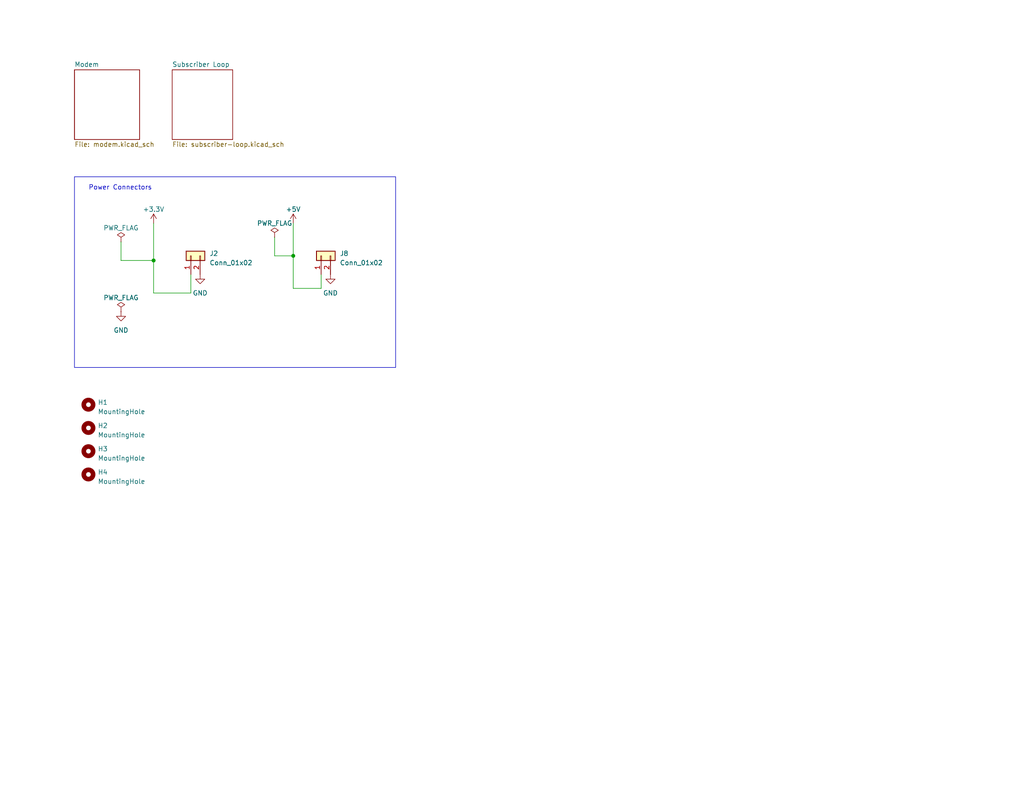
<source format=kicad_sch>
(kicad_sch (version 20230121) (generator eeschema)
  (paper "USLetter")
  (title_block (title "V103 Modem Board") (date "18-June-2023") (rev "V1") (company "Bruce MacKinnon"))
  (lib_symbols
    (symbol "Connector_Generic:Conn_01x02" (pin_names (offset 1.016) hide)
      (property "Reference" "J" (at 0 2.54 0))
      (property "Value" "Conn_01x02" (at 0 -5.08 0))
      (symbol "Conn_01x02_1_1"
        (rectangle (start -1.27 -2.413) (end 0 -2.667) (stroke (width 0.1524)))
        (rectangle (start -1.27 0.127) (end 0 -0.127) (stroke (width 0.1524)))
        (rectangle (start -1.27 1.27) (end 1.27 -3.81) (stroke (width 0.254)) (fill (type background)))
        (pin passive line (at -5.08 0 0) (length 3.81) (name "Pin_1") (number "1"))
        (pin passive line (at -5.08 -2.54 0) (length 3.81) (name "Pin_2") (number "2"))
      )
    )
    (symbol "Mechanical:MountingHole" (pin_names (offset 1.016))
      (property "Reference" "H" (at 0 5.08 0))
      (property "Value" "MountingHole" (at 0 3.175 0))
      (symbol "MountingHole_0_1"
        (circle (center 0 0) (radius 1.27) (stroke (width 1.27)))
      )
    )
    (symbol "power:+3.3V" (power) (pin_names (offset 0))
      (property "Value" "+3.3V" (at 0 3.556 0))
      (symbol "+3.3V_0_1"
        (polyline (pts (xy -0.762 1.27) (xy 0 2.54)))
        (polyline (pts (xy 0 0) (xy 0 2.54)))
        (polyline (pts (xy 0 2.54) (xy 0.762 1.27)))
      )
      (symbol "+3.3V_1_1"
        (pin power_in line (at 0 0 90) (length 0) hide (name "+3.3V") (number "1"))
      )
    )
    (symbol "power:+5V" (power) (pin_names (offset 0))
      (property "Value" "+5V" (at 0 3.556 0))
      (symbol "+5V_0_1"
        (polyline (pts (xy -0.762 1.27) (xy 0 2.54)))
        (polyline (pts (xy 0 0) (xy 0 2.54)))
        (polyline (pts (xy 0 2.54) (xy 0.762 1.27)))
      )
      (symbol "+5V_1_1"
        (pin power_in line (at 0 0 90) (length 0) hide (name "+5V") (number "1"))
      )
    )
    (symbol "power:GND" (power) (pin_names (offset 0))
      (property "Value" "GND" (at 0 -3.81 0))
      (symbol "GND_0_1"
        (polyline (pts (xy 0 0) (xy 0 -1.27) (xy 1.27 -1.27) (xy 0 -2.54) (xy -1.27 -1.27) (xy 0 -1.27)))
      )
      (symbol "GND_1_1"
        (pin power_in line (at 0 0 270) (length 0) hide (name "GND") (number "1"))
      )
    )
    (symbol "power:PWR_FLAG" (power) (pin_numbers hide) (pin_names (offset 0) hide)
      (property "Value" "PWR_FLAG" (at 0 3.81 0))
      (symbol "PWR_FLAG_0_0"
        (pin power_out line (at 0 0 90) (length 0) (name "pwr") (number "1"))
      )
      (symbol "PWR_FLAG_0_1"
        (polyline (pts (xy 0 0) (xy 0 1.27) (xy -1.016 1.905) (xy 0 2.54) (xy 1.016 1.905) (xy 0 1.27)))
      )
    )
  )
  (junction (at 41.91 71.12))
  (junction (at 80.01 69.85))
  (wire (pts (xy 33.02 71.12) (xy 41.91 71.12)))
  (wire (pts (xy 74.93 69.85) (xy 80.01 69.85)))
  (wire (pts (xy 74.93 64.77) (xy 74.93 69.85)))
  (wire (pts (xy 80.01 60.96) (xy 80.01 69.85)))
  (wire (pts (xy 41.91 71.12) (xy 41.91 80.01)))
  (wire (pts (xy 33.02 66.04) (xy 33.02 71.12)))
  (wire (pts (xy 80.01 78.74) (xy 87.63 78.74)))
  (wire (pts (xy 80.01 69.85) (xy 80.01 78.74)))
  (wire (pts (xy 87.63 78.74) (xy 87.63 74.93)))
  (wire (pts (xy 41.91 60.96) (xy 41.91 71.12)))
  (wire (pts (xy 41.91 80.01) (xy 52.07 80.01)))
  (wire (pts (xy 52.07 80.01) (xy 52.07 74.93)))
  (rectangle (start 20.32 48.26) (end 107.95 100.33))
  (text "Power Connectors" (at 24.13 52.07 0) (effects (font (size 1.27 1.27)) (justify left bottom)))
  (symbol (lib_id "power:+3.3V") (at 41.91 60.96 0) (unit 1)
    (property "Reference" "#PWR07" (effects hide))
    (property "Value" "+3.3V" (at 41.91 57.15 0))
  )
  (symbol (lib_id "Connector_Generic:Conn_01x02") (at 52.07 69.85 90) (unit 1)
    (property "Reference" "J2" (at 57.15 69.215 90) (effects (justify right)))
    (property "Value" "Conn_01x02" (at 57.15 71.755 90) (effects (justify right)))
  )
  (symbol (lib_id "power:GND") (at 33.02 85.09 0) (unit 1)
    (property "Reference" "#PWR06" (effects hide))
    (property "Value" "GND" (at 33.02 90.17 0))
  )
  (symbol (lib_id "Mechanical:MountingHole") (at 24.13 116.84 0) (unit 1)
    (property "Reference" "H2" (at 26.67 116.205 0) (effects (justify left)))
    (property "Value" "MountingHole" (at 26.67 118.745 0) (effects (justify left)))
    (property "Footprint" "MountingHole:MountingHole_4mm" (effects hide))
  )
  (symbol (lib_id "power:PWR_FLAG") (at 33.02 66.04 0) (unit 1)
    (property "Reference" "#FLG01" (effects hide))
    (property "Value" "PWR_FLAG" (at 33.02 62.23 0))
  )
  (symbol (lib_id "power:GND") (at 90.17 74.93 0) (unit 1)
    (property "Reference" "#PWR019" (effects hide))
    (property "Value" "GND" (at 90.17 80.01 0))
  )
  (symbol (lib_id "Mechanical:MountingHole") (at 24.13 129.54 0) (unit 1)
    (property "Reference" "H4" (at 26.67 128.905 0) (effects (justify left)))
    (property "Value" "MountingHole" (at 26.67 131.445 0) (effects (justify left)))
    (property "Footprint" "MountingHole:MountingHole_4mm" (effects hide))
  )
  (symbol (lib_id "power:PWR_FLAG") (at 74.93 64.77 0) (unit 1)
    (property "Reference" "#FLG03" (effects hide))
    (property "Value" "PWR_FLAG" (at 74.93 60.96 0))
  )
  (symbol (lib_id "Mechanical:MountingHole") (at 24.13 123.19 0) (unit 1)
    (property "Reference" "H3" (at 26.67 122.555 0) (effects (justify left)))
    (property "Value" "MountingHole" (at 26.67 125.095 0) (effects (justify left)))
    (property "Footprint" "MountingHole:MountingHole_4mm" (effects hide))
  )
  (symbol (lib_id "power:GND") (at 54.61 74.93 0) (unit 1)
    (property "Reference" "#PWR09" (effects hide))
    (property "Value" "GND" (at 54.61 80.01 0))
  )
  (symbol (lib_id "Mechanical:MountingHole") (at 24.13 110.49 0) (unit 1)
    (property "Reference" "H1" (at 26.67 109.855 0) (effects (justify left)))
    (property "Value" "MountingHole" (at 26.67 112.395 0) (effects (justify left)))
    (property "Footprint" "MountingHole:MountingHole_4mm" (effects hide))
  )
  (symbol (lib_id "Connector_Generic:Conn_01x02") (at 87.63 69.85 90) (unit 1)
    (property "Reference" "J8" (at 92.71 69.215 90) (effects (justify right)))
    (property "Value" "Conn_01x02" (at 92.71 71.755 90) (effects (justify right)))
    (property "Footprint" "Connector_PinHeader_2.54mm:PinHeader_1x02_P2.54mm_Vertical" (effects hide))
  )
  (symbol (lib_id "power:PWR_FLAG") (at 33.02 85.09 0) (unit 1)
    (property "Reference" "#FLG02" (effects hide))
    (property "Value" "PWR_FLAG" (at 33.02 81.28 0))
  )
  (symbol (lib_id "power:+5V") (at 80.01 60.96 0) (unit 1)
    (property "Reference" "#PWR020" (effects hide))
    (property "Value" "+5V" (at 80.01 57.15 0))
  )
  (sheet (at 46.99 19.05) (size 16.51 19.05) (stroke (width 0.1524))
    (property "Sheetname" "Subscriber Loop" (at 46.99 18.3384 0) (effects (justify left bottom)))
    (property "Sheetfile" "subscriber-loop.kicad_sch" (at 46.99 38.6846 0) (effects (justify left top)))
  )
  (sheet (at 20.32 19.05) (size 17.78 19.05) (stroke (width 0.1524))
    (property "Sheetname" "Modem " (at 20.32 18.3384 0) (effects (justify left bottom)))
    (property "Sheetfile" "modem.kicad_sch" (at 20.32 38.6846 0) (effects (justify left top)))
  )
)
</source>
